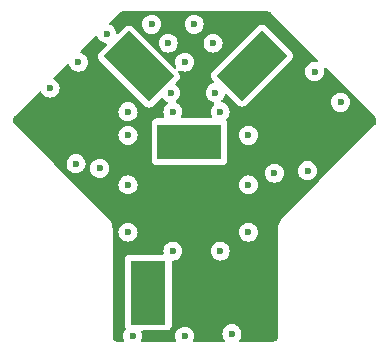
<source format=gbr>
%TF.GenerationSoftware,KiCad,Pcbnew,8.0.7*%
%TF.CreationDate,2025-04-20T00:49:32-04:00*%
%TF.ProjectId,1M_3F,314d5f33-462e-46b6-9963-61645f706362,rev?*%
%TF.SameCoordinates,Original*%
%TF.FileFunction,Copper,L4,Bot*%
%TF.FilePolarity,Positive*%
%FSLAX46Y46*%
G04 Gerber Fmt 4.6, Leading zero omitted, Abs format (unit mm)*
G04 Created by KiCad (PCBNEW 8.0.7) date 2025-04-20 00:49:32*
%MOMM*%
%LPD*%
G01*
G04 APERTURE LIST*
G04 Aperture macros list*
%AMRotRect*
0 Rectangle, with rotation*
0 The origin of the aperture is its center*
0 $1 length*
0 $2 width*
0 $3 Rotation angle, in degrees counterclockwise*
0 Add horizontal line*
21,1,$1,$2,0,0,$3*%
G04 Aperture macros list end*
%TA.AperFunction,ComponentPad*%
%ADD10RotRect,5.400000X3.000000X135.000000*%
%TD*%
%TA.AperFunction,ComponentPad*%
%ADD11RotRect,5.400000X3.000000X45.000000*%
%TD*%
%TA.AperFunction,ComponentPad*%
%ADD12RotRect,5.400000X3.000000X225.000000*%
%TD*%
%TA.AperFunction,ComponentPad*%
%ADD13R,3.000000X5.400000*%
%TD*%
%TA.AperFunction,ComponentPad*%
%ADD14R,5.400000X3.000000*%
%TD*%
%TA.AperFunction,ViaPad*%
%ADD15C,0.600000*%
%TD*%
G04 APERTURE END LIST*
D10*
%TO.P,J2,1,Pin_1*%
%TO.N,Net-(J1-Pin_1)*%
X95715927Y-38771573D03*
D11*
%TO.P,J2,2,Pin_2*%
%TO.N,GND*%
X90686630Y-42934664D03*
%TD*%
D12*
%TO.P,J4,1,Pin_1*%
%TO.N,Net-(J1-Pin_1)*%
X105297227Y-38697227D03*
D10*
%TO.P,J4,2,Pin_2*%
%TO.N,GND*%
X109460318Y-43726524D03*
%TD*%
D13*
%TO.P,J3,1,Pin_1*%
%TO.N,Net-(J1-Pin_1)*%
X96512500Y-57912500D03*
D14*
%TO.P,J3,2,Pin_2*%
%TO.N,GND*%
X103012500Y-58525000D03*
%TD*%
%TO.P,J1,1,Pin_1*%
%TO.N,Net-(J1-Pin_1)*%
X100000000Y-45137500D03*
D13*
%TO.P,J1,2,Pin_2*%
%TO.N,GND*%
X100612500Y-50637500D03*
%TD*%
D15*
%TO.N,GND*%
X111200000Y-41200000D03*
X100200000Y-41000000D03*
X92000000Y-37400000D03*
X100000000Y-36800000D03*
X88800000Y-46400000D03*
X107200000Y-49800000D03*
X94800000Y-46800000D03*
X97200000Y-61400000D03*
X98600000Y-35200000D03*
X87600000Y-42200000D03*
X105000000Y-42600000D03*
X109000000Y-38600000D03*
X107200000Y-35400000D03*
X100600000Y-42600000D03*
X101600000Y-61400000D03*
X105000000Y-50800000D03*
X105000000Y-55000000D03*
X100600000Y-54400000D03*
X101400000Y-38400000D03*
X90000000Y-40000000D03*
X96600000Y-54400000D03*
X102200000Y-35200000D03*
X92400000Y-45400000D03*
X109400000Y-49200000D03*
X105000000Y-46800000D03*
X96600000Y-42600000D03*
X107200000Y-45800000D03*
X92400000Y-49400000D03*
X94800000Y-50800000D03*
%TO.N,Net-(J1-Pin_1)*%
X98200000Y-36800000D03*
X110600000Y-39200000D03*
X102600000Y-54400000D03*
X90400000Y-47000000D03*
X94800000Y-44600000D03*
X90600000Y-38400000D03*
X95200000Y-61600000D03*
X94800000Y-42600000D03*
X92400000Y-47400000D03*
X105000000Y-52800000D03*
X103600000Y-61400000D03*
X94800000Y-48800000D03*
X98600000Y-54400000D03*
X96800000Y-35200000D03*
X98600000Y-42600000D03*
X110000000Y-47600000D03*
X99600000Y-61600000D03*
X105000000Y-44600000D03*
X100400000Y-35200000D03*
X94800000Y-52800000D03*
X102200000Y-41000000D03*
X99600000Y-38400000D03*
X102000000Y-36800000D03*
X102600000Y-42600000D03*
X105000000Y-48800000D03*
X93000000Y-36000000D03*
X107200000Y-47800000D03*
X98400000Y-41000000D03*
X88200000Y-40600000D03*
X112800000Y-41800000D03*
%TD*%
%TA.AperFunction,Conductor*%
%TO.N,GND*%
G36*
X106519901Y-34100501D02*
G01*
X106579701Y-34100500D01*
X106591854Y-34101097D01*
X106600358Y-34101934D01*
X106671080Y-34108899D01*
X106694909Y-34113639D01*
X106765241Y-34134975D01*
X106787692Y-34144276D01*
X106852496Y-34178917D01*
X106872707Y-34192423D01*
X106934394Y-34243052D01*
X106943407Y-34251221D01*
X106945613Y-34253427D01*
X106945617Y-34253436D01*
X106945620Y-34253434D01*
X106991371Y-34299192D01*
X106991426Y-34299240D01*
X110899344Y-38207158D01*
X110932829Y-38268481D01*
X110927845Y-38338173D01*
X110885973Y-38394106D01*
X110820509Y-38418523D01*
X110784078Y-38415732D01*
X110779253Y-38414631D01*
X110600004Y-38394435D01*
X110599996Y-38394435D01*
X110420750Y-38414630D01*
X110420745Y-38414631D01*
X110250476Y-38474211D01*
X110097737Y-38570184D01*
X109970184Y-38697737D01*
X109874211Y-38850476D01*
X109814631Y-39020745D01*
X109814630Y-39020750D01*
X109794435Y-39199996D01*
X109794435Y-39200003D01*
X109814630Y-39379249D01*
X109814631Y-39379254D01*
X109874211Y-39549523D01*
X109961356Y-39688212D01*
X109970184Y-39702262D01*
X110097738Y-39829816D01*
X110250478Y-39925789D01*
X110377352Y-39970184D01*
X110420745Y-39985368D01*
X110420750Y-39985369D01*
X110599996Y-40005565D01*
X110600000Y-40005565D01*
X110600004Y-40005565D01*
X110779249Y-39985369D01*
X110779252Y-39985368D01*
X110779255Y-39985368D01*
X110949522Y-39925789D01*
X111102262Y-39829816D01*
X111229816Y-39702262D01*
X111325789Y-39549522D01*
X111385368Y-39379255D01*
X111389033Y-39346728D01*
X111405565Y-39200003D01*
X111405565Y-39199996D01*
X111385369Y-39020748D01*
X111384269Y-39015929D01*
X111388542Y-38946190D01*
X111429841Y-38889832D01*
X111495053Y-38864749D01*
X111563474Y-38878903D01*
X111592841Y-38900655D01*
X115688083Y-42995897D01*
X115697318Y-43006226D01*
X115743837Y-43064511D01*
X115753831Y-43077032D01*
X115768569Y-43100445D01*
X115789323Y-43143409D01*
X115804937Y-43175730D01*
X115814117Y-43201830D01*
X115832886Y-43283302D01*
X115836051Y-43310788D01*
X115836288Y-43394398D01*
X115833279Y-43421901D01*
X115814972Y-43503478D01*
X115805940Y-43529629D01*
X115770002Y-43605114D01*
X115755397Y-43628611D01*
X115699243Y-43699793D01*
X115690067Y-43710175D01*
X115645700Y-43755049D01*
X115645693Y-43755056D01*
X111003329Y-48450476D01*
X107934381Y-51554498D01*
X107922206Y-51566812D01*
X107922164Y-51566854D01*
X107864305Y-51625317D01*
X107864299Y-51625324D01*
X107746166Y-51780793D01*
X107746164Y-51780797D01*
X107649164Y-51950281D01*
X107649164Y-51950282D01*
X107574949Y-52130897D01*
X107524762Y-52319611D01*
X107524759Y-52319627D01*
X107499455Y-52513240D01*
X107499453Y-52513256D01*
X107499500Y-52610882D01*
X107499500Y-52610943D01*
X107499499Y-52686763D01*
X107499500Y-52686776D01*
X107499500Y-61593036D01*
X107498720Y-61606921D01*
X107488540Y-61697264D01*
X107482362Y-61724333D01*
X107454648Y-61803537D01*
X107442600Y-61828555D01*
X107397957Y-61899604D01*
X107380644Y-61921313D01*
X107321313Y-61980644D01*
X107299604Y-61997957D01*
X107228555Y-62042600D01*
X107203537Y-62054648D01*
X107124333Y-62082362D01*
X107097264Y-62088540D01*
X107017075Y-62097576D01*
X107006921Y-62098720D01*
X106993038Y-62099500D01*
X104330012Y-62099500D01*
X104262973Y-62079815D01*
X104217218Y-62027011D01*
X104207274Y-61957853D01*
X104228194Y-61909467D01*
X104226111Y-61908158D01*
X104276129Y-61828555D01*
X104325789Y-61749522D01*
X104385368Y-61579255D01*
X104405565Y-61400000D01*
X104388718Y-61250478D01*
X104385369Y-61220750D01*
X104385368Y-61220745D01*
X104342326Y-61097738D01*
X104325789Y-61050478D01*
X104229816Y-60897738D01*
X104102262Y-60770184D01*
X104022368Y-60719983D01*
X103949523Y-60674211D01*
X103779254Y-60614631D01*
X103779249Y-60614630D01*
X103600004Y-60594435D01*
X103599996Y-60594435D01*
X103420750Y-60614630D01*
X103420745Y-60614631D01*
X103250476Y-60674211D01*
X103097737Y-60770184D01*
X102970184Y-60897737D01*
X102874211Y-61050476D01*
X102814631Y-61220745D01*
X102814630Y-61220750D01*
X102794435Y-61399996D01*
X102794435Y-61400003D01*
X102814630Y-61579249D01*
X102814631Y-61579254D01*
X102874211Y-61749523D01*
X102973889Y-61908158D01*
X102971590Y-61909602D01*
X102993341Y-61962849D01*
X102980599Y-62031547D01*
X102932739Y-62082450D01*
X102869988Y-62099500D01*
X100448072Y-62099500D01*
X100381033Y-62079815D01*
X100335278Y-62027011D01*
X100325334Y-61957853D01*
X100331030Y-61934546D01*
X100385367Y-61779257D01*
X100385368Y-61779255D01*
X100393042Y-61711149D01*
X100405565Y-61600003D01*
X100405565Y-61599996D01*
X100385369Y-61420750D01*
X100385368Y-61420745D01*
X100325788Y-61250476D01*
X100261114Y-61147548D01*
X100229816Y-61097738D01*
X100102262Y-60970184D01*
X100004214Y-60908576D01*
X99949523Y-60874211D01*
X99779254Y-60814631D01*
X99779249Y-60814630D01*
X99600004Y-60794435D01*
X99599996Y-60794435D01*
X99420750Y-60814630D01*
X99420745Y-60814631D01*
X99250476Y-60874211D01*
X99097737Y-60970184D01*
X98970184Y-61097737D01*
X98874211Y-61250476D01*
X98814631Y-61420745D01*
X98814630Y-61420750D01*
X98794435Y-61599996D01*
X98794435Y-61600003D01*
X98814630Y-61779249D01*
X98814632Y-61779257D01*
X98868970Y-61934546D01*
X98872531Y-62004324D01*
X98837802Y-62064952D01*
X98775809Y-62097179D01*
X98751928Y-62099500D01*
X96048072Y-62099500D01*
X95981033Y-62079815D01*
X95935278Y-62027011D01*
X95925334Y-61957853D01*
X95931030Y-61934546D01*
X95985367Y-61779257D01*
X95985368Y-61779255D01*
X95993042Y-61711149D01*
X96005565Y-61600003D01*
X96005565Y-61599996D01*
X95985369Y-61420750D01*
X95985366Y-61420737D01*
X95935404Y-61277954D01*
X95931842Y-61208175D01*
X95966570Y-61147548D01*
X96028564Y-61115320D01*
X96052445Y-61112999D01*
X98060371Y-61112999D01*
X98060372Y-61112999D01*
X98119983Y-61106591D01*
X98254831Y-61056296D01*
X98370046Y-60970046D01*
X98456296Y-60854831D01*
X98506591Y-60719983D01*
X98513000Y-60660373D01*
X98512999Y-55326179D01*
X98532684Y-55259141D01*
X98585488Y-55213386D01*
X98623113Y-55202960D01*
X98704594Y-55193780D01*
X98779250Y-55185369D01*
X98779253Y-55185368D01*
X98779255Y-55185368D01*
X98949522Y-55125789D01*
X99102262Y-55029816D01*
X99229816Y-54902262D01*
X99325789Y-54749522D01*
X99385368Y-54579255D01*
X99405565Y-54400000D01*
X99405565Y-54399996D01*
X101794435Y-54399996D01*
X101794435Y-54400003D01*
X101814630Y-54579249D01*
X101814631Y-54579254D01*
X101874211Y-54749523D01*
X101886265Y-54768706D01*
X101970184Y-54902262D01*
X102097738Y-55029816D01*
X102188080Y-55086582D01*
X102217419Y-55105017D01*
X102250478Y-55125789D01*
X102420745Y-55185368D01*
X102420750Y-55185369D01*
X102599996Y-55205565D01*
X102600000Y-55205565D01*
X102600004Y-55205565D01*
X102779249Y-55185369D01*
X102779252Y-55185368D01*
X102779255Y-55185368D01*
X102949522Y-55125789D01*
X103102262Y-55029816D01*
X103229816Y-54902262D01*
X103325789Y-54749522D01*
X103385368Y-54579255D01*
X103405565Y-54400000D01*
X103385368Y-54220745D01*
X103325789Y-54050478D01*
X103229816Y-53897738D01*
X103102262Y-53770184D01*
X102949523Y-53674211D01*
X102779254Y-53614631D01*
X102779249Y-53614630D01*
X102600004Y-53594435D01*
X102599996Y-53594435D01*
X102420750Y-53614630D01*
X102420745Y-53614631D01*
X102250476Y-53674211D01*
X102097737Y-53770184D01*
X101970184Y-53897737D01*
X101874211Y-54050476D01*
X101814631Y-54220745D01*
X101814630Y-54220750D01*
X101794435Y-54399996D01*
X99405565Y-54399996D01*
X99385368Y-54220745D01*
X99325789Y-54050478D01*
X99229816Y-53897738D01*
X99102262Y-53770184D01*
X98949523Y-53674211D01*
X98779254Y-53614631D01*
X98779249Y-53614630D01*
X98600004Y-53594435D01*
X98599996Y-53594435D01*
X98420750Y-53614630D01*
X98420745Y-53614631D01*
X98250476Y-53674211D01*
X98097737Y-53770184D01*
X97970184Y-53897737D01*
X97874211Y-54050476D01*
X97814631Y-54220745D01*
X97814630Y-54220750D01*
X97794435Y-54399996D01*
X97794435Y-54400003D01*
X97814052Y-54574117D01*
X97801997Y-54642939D01*
X97754648Y-54694318D01*
X97690832Y-54712000D01*
X94964629Y-54712000D01*
X94964623Y-54712001D01*
X94905016Y-54718408D01*
X94770171Y-54768702D01*
X94770164Y-54768706D01*
X94654955Y-54854952D01*
X94654952Y-54854955D01*
X94568706Y-54970164D01*
X94568702Y-54970171D01*
X94518408Y-55105017D01*
X94512001Y-55164616D01*
X94512000Y-55164635D01*
X94512000Y-60660370D01*
X94512001Y-60660376D01*
X94518408Y-60719983D01*
X94568702Y-60854828D01*
X94568706Y-60854835D01*
X94608937Y-60908576D01*
X94633355Y-60974040D01*
X94618504Y-61042313D01*
X94597354Y-61070567D01*
X94570184Y-61097736D01*
X94474211Y-61250476D01*
X94414631Y-61420745D01*
X94414630Y-61420750D01*
X94394435Y-61599996D01*
X94394435Y-61600003D01*
X94414630Y-61779249D01*
X94414632Y-61779257D01*
X94468970Y-61934546D01*
X94472531Y-62004324D01*
X94437802Y-62064952D01*
X94375809Y-62097179D01*
X94351928Y-62099500D01*
X94006962Y-62099500D01*
X93993078Y-62098720D01*
X93979401Y-62097179D01*
X93902735Y-62088540D01*
X93875666Y-62082362D01*
X93796462Y-62054648D01*
X93771444Y-62042600D01*
X93700395Y-61997957D01*
X93678686Y-61980644D01*
X93619355Y-61921313D01*
X93602042Y-61899604D01*
X93557399Y-61828555D01*
X93545351Y-61803537D01*
X93536855Y-61779257D01*
X93517636Y-61724331D01*
X93511459Y-61697262D01*
X93501280Y-61606919D01*
X93500500Y-61593036D01*
X93500500Y-52799996D01*
X93994435Y-52799996D01*
X93994435Y-52800003D01*
X94014630Y-52979249D01*
X94014631Y-52979254D01*
X94074211Y-53149523D01*
X94170184Y-53302262D01*
X94297738Y-53429816D01*
X94450478Y-53525789D01*
X94620745Y-53585368D01*
X94620750Y-53585369D01*
X94799996Y-53605565D01*
X94800000Y-53605565D01*
X94800004Y-53605565D01*
X94979249Y-53585369D01*
X94979252Y-53585368D01*
X94979255Y-53585368D01*
X95149522Y-53525789D01*
X95302262Y-53429816D01*
X95429816Y-53302262D01*
X95525789Y-53149522D01*
X95585368Y-52979255D01*
X95605565Y-52800000D01*
X95605565Y-52799996D01*
X104194435Y-52799996D01*
X104194435Y-52800003D01*
X104214630Y-52979249D01*
X104214631Y-52979254D01*
X104274211Y-53149523D01*
X104370184Y-53302262D01*
X104497738Y-53429816D01*
X104650478Y-53525789D01*
X104820745Y-53585368D01*
X104820750Y-53585369D01*
X104999996Y-53605565D01*
X105000000Y-53605565D01*
X105000004Y-53605565D01*
X105179249Y-53585369D01*
X105179252Y-53585368D01*
X105179255Y-53585368D01*
X105349522Y-53525789D01*
X105502262Y-53429816D01*
X105629816Y-53302262D01*
X105725789Y-53149522D01*
X105785368Y-52979255D01*
X105805565Y-52800000D01*
X105792806Y-52686763D01*
X105785369Y-52620750D01*
X105785368Y-52620745D01*
X105748230Y-52514610D01*
X105725789Y-52450478D01*
X105629816Y-52297738D01*
X105502262Y-52170184D01*
X105349523Y-52074211D01*
X105179254Y-52014631D01*
X105179249Y-52014630D01*
X105000004Y-51994435D01*
X104999996Y-51994435D01*
X104820750Y-52014630D01*
X104820745Y-52014631D01*
X104650476Y-52074211D01*
X104497737Y-52170184D01*
X104370184Y-52297737D01*
X104274211Y-52450476D01*
X104214631Y-52620745D01*
X104214630Y-52620750D01*
X104194435Y-52799996D01*
X95605565Y-52799996D01*
X95592806Y-52686763D01*
X95585369Y-52620750D01*
X95585368Y-52620745D01*
X95548230Y-52514610D01*
X95525789Y-52450478D01*
X95429816Y-52297738D01*
X95302262Y-52170184D01*
X95149523Y-52074211D01*
X94979254Y-52014631D01*
X94979249Y-52014630D01*
X94800004Y-51994435D01*
X94799996Y-51994435D01*
X94620750Y-52014630D01*
X94620745Y-52014631D01*
X94450476Y-52074211D01*
X94297737Y-52170184D01*
X94170184Y-52297737D01*
X94074211Y-52450476D01*
X94014631Y-52620745D01*
X94014630Y-52620750D01*
X93994435Y-52799996D01*
X93500500Y-52799996D01*
X93500500Y-52543391D01*
X93500509Y-52514603D01*
X93475027Y-52320266D01*
X93424483Y-52130895D01*
X93349735Y-51949707D01*
X93252055Y-51779782D01*
X93252054Y-51779781D01*
X93252052Y-51779777D01*
X93134101Y-51625317D01*
X93133100Y-51624006D01*
X93063982Y-51554532D01*
X93063985Y-51554528D01*
X93063952Y-51554502D01*
X93058724Y-51549244D01*
X93058713Y-51549232D01*
X90324878Y-48799996D01*
X93994435Y-48799996D01*
X93994435Y-48800003D01*
X94014630Y-48979249D01*
X94014631Y-48979254D01*
X94074211Y-49149523D01*
X94170184Y-49302262D01*
X94297738Y-49429816D01*
X94450478Y-49525789D01*
X94620745Y-49585368D01*
X94620750Y-49585369D01*
X94799996Y-49605565D01*
X94800000Y-49605565D01*
X94800004Y-49605565D01*
X94979249Y-49585369D01*
X94979252Y-49585368D01*
X94979255Y-49585368D01*
X95149522Y-49525789D01*
X95302262Y-49429816D01*
X95429816Y-49302262D01*
X95525789Y-49149522D01*
X95585368Y-48979255D01*
X95605565Y-48800000D01*
X95605565Y-48799996D01*
X104194435Y-48799996D01*
X104194435Y-48800003D01*
X104214630Y-48979249D01*
X104214631Y-48979254D01*
X104274211Y-49149523D01*
X104370184Y-49302262D01*
X104497738Y-49429816D01*
X104650478Y-49525789D01*
X104820745Y-49585368D01*
X104820750Y-49585369D01*
X104999996Y-49605565D01*
X105000000Y-49605565D01*
X105000004Y-49605565D01*
X105179249Y-49585369D01*
X105179252Y-49585368D01*
X105179255Y-49585368D01*
X105349522Y-49525789D01*
X105502262Y-49429816D01*
X105629816Y-49302262D01*
X105725789Y-49149522D01*
X105785368Y-48979255D01*
X105805565Y-48800000D01*
X105785368Y-48620745D01*
X105725789Y-48450478D01*
X105629816Y-48297738D01*
X105502262Y-48170184D01*
X105431608Y-48125789D01*
X105349523Y-48074211D01*
X105179254Y-48014631D01*
X105179249Y-48014630D01*
X105000004Y-47994435D01*
X104999996Y-47994435D01*
X104820750Y-48014630D01*
X104820745Y-48014631D01*
X104650476Y-48074211D01*
X104497737Y-48170184D01*
X104370184Y-48297737D01*
X104274211Y-48450476D01*
X104214631Y-48620745D01*
X104214630Y-48620750D01*
X104194435Y-48799996D01*
X95605565Y-48799996D01*
X95585368Y-48620745D01*
X95525789Y-48450478D01*
X95429816Y-48297738D01*
X95302262Y-48170184D01*
X95231608Y-48125789D01*
X95149523Y-48074211D01*
X94979254Y-48014631D01*
X94979249Y-48014630D01*
X94800004Y-47994435D01*
X94799996Y-47994435D01*
X94620750Y-48014630D01*
X94620745Y-48014631D01*
X94450476Y-48074211D01*
X94297737Y-48170184D01*
X94170184Y-48297737D01*
X94074211Y-48450476D01*
X94014631Y-48620745D01*
X94014630Y-48620750D01*
X93994435Y-48799996D01*
X90324878Y-48799996D01*
X88534962Y-46999996D01*
X89594435Y-46999996D01*
X89594435Y-47000003D01*
X89614630Y-47179249D01*
X89614631Y-47179254D01*
X89674211Y-47349523D01*
X89737646Y-47450478D01*
X89770184Y-47502262D01*
X89897738Y-47629816D01*
X90050478Y-47725789D01*
X90118306Y-47749523D01*
X90220745Y-47785368D01*
X90220750Y-47785369D01*
X90399996Y-47805565D01*
X90400000Y-47805565D01*
X90400004Y-47805565D01*
X90579249Y-47785369D01*
X90579252Y-47785368D01*
X90579255Y-47785368D01*
X90749522Y-47725789D01*
X90902262Y-47629816D01*
X91029816Y-47502262D01*
X91094074Y-47399996D01*
X91594435Y-47399996D01*
X91594435Y-47400003D01*
X91614630Y-47579249D01*
X91614631Y-47579254D01*
X91674211Y-47749523D01*
X91696735Y-47785369D01*
X91770184Y-47902262D01*
X91897738Y-48029816D01*
X92050478Y-48125789D01*
X92118306Y-48149523D01*
X92220745Y-48185368D01*
X92220750Y-48185369D01*
X92399996Y-48205565D01*
X92400000Y-48205565D01*
X92400004Y-48205565D01*
X92579249Y-48185369D01*
X92579252Y-48185368D01*
X92579255Y-48185368D01*
X92749522Y-48125789D01*
X92902262Y-48029816D01*
X93029816Y-47902262D01*
X93094074Y-47799996D01*
X106394435Y-47799996D01*
X106394435Y-47800003D01*
X106414630Y-47979249D01*
X106414631Y-47979254D01*
X106474211Y-48149523D01*
X106496735Y-48185369D01*
X106570184Y-48302262D01*
X106697738Y-48429816D01*
X106850478Y-48525789D01*
X107020745Y-48585368D01*
X107020750Y-48585369D01*
X107199996Y-48605565D01*
X107200000Y-48605565D01*
X107200004Y-48605565D01*
X107379249Y-48585369D01*
X107379252Y-48585368D01*
X107379255Y-48585368D01*
X107549522Y-48525789D01*
X107702262Y-48429816D01*
X107829816Y-48302262D01*
X107925789Y-48149522D01*
X107985368Y-47979255D01*
X108005565Y-47800000D01*
X108003916Y-47785369D01*
X107985369Y-47620750D01*
X107985368Y-47620745D01*
X107978108Y-47599996D01*
X109194435Y-47599996D01*
X109194435Y-47600003D01*
X109214630Y-47779249D01*
X109214631Y-47779254D01*
X109274211Y-47949523D01*
X109315122Y-48014632D01*
X109370184Y-48102262D01*
X109497738Y-48229816D01*
X109588080Y-48286582D01*
X109605833Y-48297737D01*
X109650478Y-48325789D01*
X109820745Y-48385368D01*
X109820750Y-48385369D01*
X109999996Y-48405565D01*
X110000000Y-48405565D01*
X110000004Y-48405565D01*
X110179249Y-48385369D01*
X110179252Y-48385368D01*
X110179255Y-48385368D01*
X110349522Y-48325789D01*
X110502262Y-48229816D01*
X110629816Y-48102262D01*
X110725789Y-47949522D01*
X110785368Y-47779255D01*
X110791392Y-47725789D01*
X110805565Y-47600003D01*
X110805565Y-47599996D01*
X110785369Y-47420750D01*
X110785368Y-47420745D01*
X110742326Y-47297738D01*
X110725789Y-47250478D01*
X110707106Y-47220745D01*
X110655114Y-47138000D01*
X110629816Y-47097738D01*
X110502262Y-46970184D01*
X110349523Y-46874211D01*
X110179254Y-46814631D01*
X110179249Y-46814630D01*
X110000004Y-46794435D01*
X109999996Y-46794435D01*
X109820750Y-46814630D01*
X109820745Y-46814631D01*
X109650476Y-46874211D01*
X109497737Y-46970184D01*
X109370184Y-47097737D01*
X109274211Y-47250476D01*
X109214631Y-47420745D01*
X109214630Y-47420750D01*
X109194435Y-47599996D01*
X107978108Y-47599996D01*
X107925788Y-47450476D01*
X107829815Y-47297737D01*
X107702262Y-47170184D01*
X107549523Y-47074211D01*
X107379254Y-47014631D01*
X107379249Y-47014630D01*
X107200004Y-46994435D01*
X107199996Y-46994435D01*
X107020750Y-47014630D01*
X107020745Y-47014631D01*
X106850476Y-47074211D01*
X106697737Y-47170184D01*
X106570184Y-47297737D01*
X106474211Y-47450476D01*
X106414631Y-47620745D01*
X106414630Y-47620750D01*
X106394435Y-47799996D01*
X93094074Y-47799996D01*
X93125789Y-47749522D01*
X93185368Y-47579255D01*
X93205565Y-47400000D01*
X93188718Y-47250478D01*
X93185369Y-47220750D01*
X93185368Y-47220745D01*
X93156414Y-47137999D01*
X93125789Y-47050478D01*
X93103265Y-47014632D01*
X93029815Y-46897737D01*
X92902262Y-46770184D01*
X92749523Y-46674211D01*
X92579254Y-46614631D01*
X92579249Y-46614630D01*
X92400004Y-46594435D01*
X92399996Y-46594435D01*
X92220750Y-46614630D01*
X92220745Y-46614631D01*
X92050476Y-46674211D01*
X91897737Y-46770184D01*
X91770184Y-46897737D01*
X91674211Y-47050476D01*
X91614631Y-47220745D01*
X91614630Y-47220750D01*
X91594435Y-47399996D01*
X91094074Y-47399996D01*
X91125789Y-47349522D01*
X91185368Y-47179255D01*
X91186390Y-47170184D01*
X91205565Y-47000003D01*
X91205565Y-46999996D01*
X91185369Y-46820750D01*
X91185368Y-46820745D01*
X91137996Y-46685364D01*
X91125789Y-46650478D01*
X91103265Y-46614632D01*
X91029815Y-46497737D01*
X90902262Y-46370184D01*
X90749523Y-46274211D01*
X90579254Y-46214631D01*
X90579249Y-46214630D01*
X90400004Y-46194435D01*
X90399996Y-46194435D01*
X90220750Y-46214630D01*
X90220745Y-46214631D01*
X90050476Y-46274211D01*
X89897737Y-46370184D01*
X89770184Y-46497737D01*
X89674211Y-46650476D01*
X89614631Y-46820745D01*
X89614630Y-46820750D01*
X89594435Y-46999996D01*
X88534962Y-46999996D01*
X86148407Y-44599996D01*
X93994435Y-44599996D01*
X93994435Y-44600003D01*
X94014630Y-44779249D01*
X94014631Y-44779254D01*
X94074211Y-44949523D01*
X94170184Y-45102262D01*
X94297738Y-45229816D01*
X94450478Y-45325789D01*
X94620745Y-45385368D01*
X94620750Y-45385369D01*
X94799996Y-45405565D01*
X94800000Y-45405565D01*
X94800004Y-45405565D01*
X94979249Y-45385369D01*
X94979252Y-45385368D01*
X94979255Y-45385368D01*
X95149522Y-45325789D01*
X95302262Y-45229816D01*
X95429816Y-45102262D01*
X95525789Y-44949522D01*
X95585368Y-44779255D01*
X95605565Y-44600000D01*
X95585918Y-44425627D01*
X95585369Y-44420750D01*
X95585368Y-44420745D01*
X95574248Y-44388967D01*
X95525789Y-44250478D01*
X95429816Y-44097738D01*
X95302262Y-43970184D01*
X95149523Y-43874211D01*
X94979254Y-43814631D01*
X94979249Y-43814630D01*
X94800004Y-43794435D01*
X94799996Y-43794435D01*
X94620750Y-43814630D01*
X94620745Y-43814631D01*
X94450476Y-43874211D01*
X94297737Y-43970184D01*
X94170184Y-44097737D01*
X94074211Y-44250476D01*
X94014631Y-44420745D01*
X94014630Y-44420750D01*
X93994435Y-44599996D01*
X86148407Y-44599996D01*
X85970165Y-44420750D01*
X85195253Y-43641472D01*
X85185968Y-43631015D01*
X85129265Y-43559404D01*
X85114519Y-43535729D01*
X85111800Y-43530017D01*
X85078279Y-43459604D01*
X85069201Y-43433239D01*
X85050892Y-43350927D01*
X85047938Y-43323205D01*
X85048491Y-43238894D01*
X85051810Y-43211200D01*
X85060189Y-43175730D01*
X85071192Y-43129151D01*
X85080615Y-43102904D01*
X85117855Y-43027248D01*
X85132903Y-43003778D01*
X85190911Y-42932460D01*
X85200315Y-42922145D01*
X85529123Y-42599996D01*
X93994435Y-42599996D01*
X93994435Y-42600003D01*
X94014630Y-42779249D01*
X94014631Y-42779254D01*
X94074211Y-42949523D01*
X94115142Y-43014664D01*
X94170184Y-43102262D01*
X94297738Y-43229816D01*
X94358460Y-43267970D01*
X94446352Y-43323197D01*
X94450478Y-43325789D01*
X94556447Y-43362869D01*
X94620745Y-43385368D01*
X94620750Y-43385369D01*
X94799996Y-43405565D01*
X94800000Y-43405565D01*
X94800004Y-43405565D01*
X94979249Y-43385369D01*
X94979252Y-43385368D01*
X94979255Y-43385368D01*
X95149522Y-43325789D01*
X95302262Y-43229816D01*
X95429816Y-43102262D01*
X95525789Y-42949522D01*
X95585368Y-42779255D01*
X95605565Y-42600000D01*
X95603916Y-42585369D01*
X95585369Y-42420750D01*
X95585368Y-42420745D01*
X95543909Y-42302262D01*
X95525789Y-42250478D01*
X95523646Y-42247068D01*
X95476931Y-42172721D01*
X95429816Y-42097738D01*
X95302262Y-41970184D01*
X95287358Y-41960819D01*
X95149523Y-41874211D01*
X94979254Y-41814631D01*
X94979249Y-41814630D01*
X94800004Y-41794435D01*
X94799996Y-41794435D01*
X94620750Y-41814630D01*
X94620745Y-41814631D01*
X94450476Y-41874211D01*
X94297737Y-41970184D01*
X94170184Y-42097737D01*
X94074211Y-42250476D01*
X94014631Y-42420745D01*
X94014630Y-42420750D01*
X93994435Y-42599996D01*
X85529123Y-42599996D01*
X87268331Y-40896013D01*
X87329991Y-40863159D01*
X87399628Y-40868857D01*
X87455130Y-40911298D01*
X87472147Y-40943628D01*
X87474208Y-40949518D01*
X87515122Y-41014632D01*
X87570184Y-41102262D01*
X87697738Y-41229816D01*
X87788080Y-41286582D01*
X87805833Y-41297737D01*
X87850478Y-41325789D01*
X87918306Y-41349523D01*
X88020745Y-41385368D01*
X88020750Y-41385369D01*
X88199996Y-41405565D01*
X88200000Y-41405565D01*
X88200004Y-41405565D01*
X88379249Y-41385369D01*
X88379252Y-41385368D01*
X88379255Y-41385368D01*
X88549522Y-41325789D01*
X88702262Y-41229816D01*
X88829816Y-41102262D01*
X88925789Y-40949522D01*
X88985368Y-40779255D01*
X89005565Y-40600000D01*
X88985368Y-40420745D01*
X88925789Y-40250478D01*
X88913972Y-40231672D01*
X88829815Y-40097737D01*
X88702262Y-39970184D01*
X88549516Y-39874206D01*
X88548941Y-39873930D01*
X88548633Y-39873652D01*
X88543626Y-39870506D01*
X88544177Y-39869628D01*
X88497085Y-39827103D01*
X88478777Y-39759675D01*
X88499830Y-39693053D01*
X88515963Y-39673648D01*
X89628882Y-38583271D01*
X89690542Y-38550417D01*
X89760179Y-38556115D01*
X89815681Y-38598556D01*
X89832701Y-38630893D01*
X89874210Y-38749521D01*
X89962374Y-38889832D01*
X89970184Y-38902262D01*
X90097738Y-39029816D01*
X90188080Y-39086582D01*
X90250474Y-39125787D01*
X90250478Y-39125789D01*
X90364500Y-39165687D01*
X90420745Y-39185368D01*
X90420750Y-39185369D01*
X90599996Y-39205565D01*
X90600000Y-39205565D01*
X90600004Y-39205565D01*
X90779249Y-39185369D01*
X90779252Y-39185368D01*
X90779255Y-39185368D01*
X90949522Y-39125789D01*
X91102262Y-39029816D01*
X91229816Y-38902262D01*
X91325789Y-38749522D01*
X91385368Y-38579255D01*
X91386390Y-38570184D01*
X91405565Y-38400003D01*
X91405565Y-38399996D01*
X91385369Y-38220750D01*
X91385368Y-38220745D01*
X91367179Y-38168763D01*
X91325789Y-38050478D01*
X91229816Y-37897738D01*
X91102262Y-37770184D01*
X91000501Y-37706243D01*
X90949523Y-37674211D01*
X90848503Y-37638863D01*
X90791727Y-37598141D01*
X90765980Y-37533188D01*
X90779436Y-37464627D01*
X90802673Y-37433253D01*
X92041548Y-36219469D01*
X92103208Y-36186615D01*
X92172845Y-36192313D01*
X92228347Y-36234754D01*
X92245367Y-36267091D01*
X92274210Y-36349521D01*
X92274211Y-36349522D01*
X92370184Y-36502262D01*
X92497738Y-36629816D01*
X92650478Y-36725789D01*
X92820745Y-36785368D01*
X92820750Y-36785369D01*
X92884103Y-36792507D01*
X92948517Y-36819573D01*
X92988072Y-36877168D01*
X92990210Y-36947005D01*
X92957901Y-37003408D01*
X92358325Y-37602985D01*
X92358316Y-37602995D01*
X92320700Y-37649671D01*
X92260913Y-37780585D01*
X92260912Y-37780589D01*
X92240432Y-37923045D01*
X92260912Y-38065500D01*
X92260913Y-38065504D01*
X92320699Y-38196415D01*
X92320702Y-38196420D01*
X92358316Y-38243095D01*
X92358322Y-38243102D01*
X96244390Y-42129169D01*
X96244402Y-42129180D01*
X96291080Y-42166798D01*
X96291081Y-42166798D01*
X96291082Y-42166799D01*
X96315910Y-42178138D01*
X96421995Y-42226586D01*
X96421996Y-42226586D01*
X96421998Y-42226587D01*
X96564455Y-42247068D01*
X96706912Y-42226587D01*
X96837828Y-42166799D01*
X96884511Y-42129180D01*
X97560388Y-41453300D01*
X97621709Y-41419817D01*
X97691400Y-41424801D01*
X97747334Y-41466672D01*
X97753060Y-41475010D01*
X97770182Y-41502260D01*
X97770184Y-41502262D01*
X97897738Y-41629816D01*
X98050478Y-41725789D01*
X98050480Y-41725790D01*
X98087618Y-41738785D01*
X98144395Y-41779505D01*
X98170144Y-41844458D01*
X98156689Y-41913019D01*
X98112642Y-41960819D01*
X98097736Y-41970185D01*
X97970184Y-42097737D01*
X97874211Y-42250476D01*
X97814631Y-42420745D01*
X97814630Y-42420750D01*
X97794435Y-42599996D01*
X97794435Y-42600003D01*
X97814630Y-42779249D01*
X97814631Y-42779254D01*
X97874213Y-42949529D01*
X97877231Y-42955795D01*
X97875375Y-42956688D01*
X97891642Y-43014281D01*
X97871266Y-43081113D01*
X97817993Y-43126320D01*
X97767649Y-43137000D01*
X97252129Y-43137000D01*
X97252123Y-43137001D01*
X97192516Y-43143408D01*
X97057671Y-43193702D01*
X97057664Y-43193706D01*
X96942455Y-43279952D01*
X96942452Y-43279955D01*
X96856206Y-43395164D01*
X96856202Y-43395171D01*
X96805908Y-43530017D01*
X96799501Y-43589616D01*
X96799501Y-43589623D01*
X96799500Y-43589635D01*
X96799500Y-46685370D01*
X96799501Y-46685376D01*
X96805908Y-46744983D01*
X96856202Y-46879828D01*
X96856206Y-46879835D01*
X96942452Y-46995044D01*
X96942455Y-46995047D01*
X97057664Y-47081293D01*
X97057671Y-47081297D01*
X97192517Y-47131591D01*
X97192516Y-47131591D01*
X97199444Y-47132335D01*
X97252127Y-47138000D01*
X102747872Y-47137999D01*
X102807483Y-47131591D01*
X102942331Y-47081296D01*
X103057546Y-46995046D01*
X103143796Y-46879831D01*
X103194091Y-46744983D01*
X103200500Y-46685373D01*
X103200499Y-44599996D01*
X104194435Y-44599996D01*
X104194435Y-44600003D01*
X104214630Y-44779249D01*
X104214631Y-44779254D01*
X104274211Y-44949523D01*
X104370184Y-45102262D01*
X104497738Y-45229816D01*
X104650478Y-45325789D01*
X104820745Y-45385368D01*
X104820750Y-45385369D01*
X104999996Y-45405565D01*
X105000000Y-45405565D01*
X105000004Y-45405565D01*
X105179249Y-45385369D01*
X105179252Y-45385368D01*
X105179255Y-45385368D01*
X105349522Y-45325789D01*
X105502262Y-45229816D01*
X105629816Y-45102262D01*
X105725789Y-44949522D01*
X105785368Y-44779255D01*
X105805565Y-44600000D01*
X105785918Y-44425627D01*
X105785369Y-44420750D01*
X105785368Y-44420745D01*
X105774248Y-44388967D01*
X105725789Y-44250478D01*
X105629816Y-44097738D01*
X105502262Y-43970184D01*
X105349523Y-43874211D01*
X105179254Y-43814631D01*
X105179249Y-43814630D01*
X105000004Y-43794435D01*
X104999996Y-43794435D01*
X104820750Y-43814630D01*
X104820745Y-43814631D01*
X104650476Y-43874211D01*
X104497737Y-43970184D01*
X104370184Y-44097737D01*
X104274211Y-44250476D01*
X104214631Y-44420745D01*
X104214630Y-44420750D01*
X104194435Y-44599996D01*
X103200499Y-44599996D01*
X103200499Y-43589628D01*
X103194091Y-43530017D01*
X103193946Y-43529629D01*
X103143797Y-43395171D01*
X103143795Y-43395168D01*
X103136459Y-43385369D01*
X103119615Y-43362868D01*
X103095198Y-43297405D01*
X103110049Y-43229132D01*
X103131195Y-43200882D01*
X103229816Y-43102262D01*
X103325789Y-42949522D01*
X103385368Y-42779255D01*
X103405565Y-42600000D01*
X103403916Y-42585369D01*
X103385369Y-42420750D01*
X103385368Y-42420745D01*
X103343909Y-42302262D01*
X103325789Y-42250478D01*
X103323646Y-42247068D01*
X103276931Y-42172721D01*
X103229816Y-42097738D01*
X103102262Y-41970184D01*
X103087358Y-41960819D01*
X102949523Y-41874211D01*
X102772682Y-41812332D01*
X102773622Y-41809644D01*
X102723814Y-41781754D01*
X102690985Y-41720077D01*
X102696713Y-41650442D01*
X102724741Y-41607336D01*
X102829816Y-41502262D01*
X102925789Y-41349522D01*
X102985368Y-41179255D01*
X102985368Y-41179254D01*
X102987668Y-41172682D01*
X102989038Y-41173161D01*
X103019289Y-41119069D01*
X103080948Y-41086206D01*
X103150585Y-41091894D01*
X103193761Y-41119951D01*
X103681142Y-41607331D01*
X104128643Y-42054832D01*
X104128647Y-42054835D01*
X104128649Y-42054837D01*
X104175325Y-42092453D01*
X104306239Y-42152240D01*
X104306240Y-42152240D01*
X104306242Y-42152241D01*
X104448699Y-42172722D01*
X104591156Y-42152241D01*
X104722072Y-42092453D01*
X104768754Y-42054834D01*
X105023592Y-41799996D01*
X111994435Y-41799996D01*
X111994435Y-41800003D01*
X112014630Y-41979249D01*
X112014631Y-41979254D01*
X112074211Y-42149523D01*
X112142910Y-42258856D01*
X112170184Y-42302262D01*
X112297738Y-42429816D01*
X112450478Y-42525789D01*
X112620745Y-42585368D01*
X112620750Y-42585369D01*
X112799996Y-42605565D01*
X112800000Y-42605565D01*
X112800004Y-42605565D01*
X112979249Y-42585369D01*
X112979252Y-42585368D01*
X112979255Y-42585368D01*
X113149522Y-42525789D01*
X113302262Y-42429816D01*
X113429816Y-42302262D01*
X113525789Y-42149522D01*
X113585368Y-41979255D01*
X113586390Y-41970184D01*
X113605565Y-41800003D01*
X113605565Y-41799996D01*
X113585369Y-41620750D01*
X113585368Y-41620745D01*
X113534373Y-41475010D01*
X113525789Y-41450478D01*
X113506523Y-41419817D01*
X113457679Y-41342082D01*
X113429816Y-41297738D01*
X113302262Y-41170184D01*
X113222317Y-41119951D01*
X113149523Y-41074211D01*
X112979254Y-41014631D01*
X112979249Y-41014630D01*
X112800004Y-40994435D01*
X112799996Y-40994435D01*
X112620750Y-41014630D01*
X112620745Y-41014631D01*
X112450476Y-41074211D01*
X112297737Y-41170184D01*
X112170184Y-41297737D01*
X112074211Y-41450476D01*
X112014631Y-41620745D01*
X112014630Y-41620750D01*
X111994435Y-41799996D01*
X105023592Y-41799996D01*
X108654832Y-38168754D01*
X108692453Y-38122072D01*
X108752241Y-37991156D01*
X108772722Y-37848699D01*
X108752241Y-37706242D01*
X108705086Y-37602989D01*
X108692454Y-37575328D01*
X108692453Y-37575327D01*
X108692453Y-37575326D01*
X108654834Y-37528643D01*
X108654829Y-37528638D01*
X108654825Y-37528633D01*
X106465814Y-35339625D01*
X106465808Y-35339620D01*
X106465804Y-35339616D01*
X106419128Y-35302000D01*
X106288214Y-35242213D01*
X106288210Y-35242212D01*
X106145755Y-35221732D01*
X106003299Y-35242212D01*
X106003295Y-35242213D01*
X105872384Y-35301999D01*
X105872379Y-35302002D01*
X105825704Y-35339616D01*
X105825697Y-35339622D01*
X101939630Y-39225690D01*
X101939619Y-39225702D01*
X101902001Y-39272380D01*
X101842213Y-39403295D01*
X101842212Y-39403299D01*
X101821732Y-39545755D01*
X101842212Y-39688210D01*
X101842213Y-39688214D01*
X101901999Y-39819125D01*
X101902000Y-39819126D01*
X101902001Y-39819128D01*
X101939620Y-39865811D01*
X102080048Y-40006239D01*
X102113532Y-40067560D01*
X102108548Y-40137252D01*
X102066677Y-40193186D01*
X102027039Y-40211535D01*
X102027318Y-40212332D01*
X101850476Y-40274211D01*
X101697737Y-40370184D01*
X101570184Y-40497737D01*
X101474211Y-40650476D01*
X101414631Y-40820745D01*
X101414630Y-40820750D01*
X101394435Y-40999996D01*
X101394435Y-41000003D01*
X101414630Y-41179249D01*
X101414631Y-41179254D01*
X101474211Y-41349523D01*
X101537646Y-41450478D01*
X101570184Y-41502262D01*
X101697738Y-41629816D01*
X101850478Y-41725789D01*
X102003990Y-41779505D01*
X102027318Y-41787668D01*
X102026373Y-41790367D01*
X102076132Y-41818192D01*
X102108998Y-41879848D01*
X102103313Y-41949486D01*
X102075255Y-41992667D01*
X101970183Y-42097739D01*
X101874211Y-42250476D01*
X101814631Y-42420745D01*
X101814630Y-42420750D01*
X101794435Y-42599996D01*
X101794435Y-42600003D01*
X101814630Y-42779249D01*
X101814631Y-42779254D01*
X101874213Y-42949529D01*
X101877231Y-42955795D01*
X101875371Y-42956690D01*
X101891644Y-43014255D01*
X101871282Y-43081092D01*
X101818017Y-43126310D01*
X101767650Y-43137000D01*
X99432350Y-43137000D01*
X99365311Y-43117315D01*
X99319556Y-43064511D01*
X99309612Y-42995353D01*
X99323933Y-42956355D01*
X99322769Y-42955795D01*
X99325786Y-42949529D01*
X99325787Y-42949523D01*
X99325789Y-42949522D01*
X99385368Y-42779255D01*
X99405565Y-42600000D01*
X99403916Y-42585369D01*
X99385369Y-42420750D01*
X99385368Y-42420745D01*
X99343909Y-42302262D01*
X99325789Y-42250478D01*
X99323646Y-42247068D01*
X99276931Y-42172721D01*
X99229816Y-42097738D01*
X99102262Y-41970184D01*
X99011285Y-41913019D01*
X98949521Y-41874210D01*
X98912379Y-41861214D01*
X98855603Y-41820492D01*
X98829855Y-41755540D01*
X98843311Y-41686978D01*
X98887361Y-41639178D01*
X98902262Y-41629816D01*
X99029816Y-41502262D01*
X99125789Y-41349522D01*
X99185368Y-41179255D01*
X99192050Y-41119951D01*
X99205565Y-41000003D01*
X99205565Y-40999996D01*
X99185369Y-40820750D01*
X99185368Y-40820745D01*
X99125788Y-40650476D01*
X99029815Y-40497737D01*
X98902260Y-40370182D01*
X98875010Y-40353060D01*
X98828719Y-40300725D01*
X98818072Y-40231672D01*
X98846447Y-40167824D01*
X98853286Y-40160402D01*
X99073532Y-39940157D01*
X99111153Y-39893474D01*
X99170941Y-39762558D01*
X99191422Y-39620101D01*
X99170941Y-39477644D01*
X99136988Y-39403299D01*
X99111154Y-39346730D01*
X99111151Y-39346724D01*
X99072690Y-39298998D01*
X99045952Y-39234447D01*
X99058357Y-39165687D01*
X99105967Y-39114550D01*
X99173666Y-39097270D01*
X99235215Y-39116199D01*
X99250474Y-39125787D01*
X99250475Y-39125787D01*
X99250478Y-39125789D01*
X99420745Y-39185368D01*
X99420750Y-39185369D01*
X99599996Y-39205565D01*
X99600000Y-39205565D01*
X99600004Y-39205565D01*
X99779249Y-39185369D01*
X99779252Y-39185368D01*
X99779255Y-39185368D01*
X99949522Y-39125789D01*
X100102262Y-39029816D01*
X100229816Y-38902262D01*
X100325789Y-38749522D01*
X100385368Y-38579255D01*
X100386390Y-38570184D01*
X100405565Y-38400003D01*
X100405565Y-38399996D01*
X100385369Y-38220750D01*
X100385368Y-38220745D01*
X100367179Y-38168763D01*
X100325789Y-38050478D01*
X100229816Y-37897738D01*
X100102262Y-37770184D01*
X100000501Y-37706243D01*
X99949523Y-37674211D01*
X99779254Y-37614631D01*
X99779249Y-37614630D01*
X99600004Y-37594435D01*
X99599996Y-37594435D01*
X99420750Y-37614630D01*
X99420745Y-37614631D01*
X99250476Y-37674211D01*
X99097737Y-37770184D01*
X98970184Y-37897737D01*
X98874211Y-38050476D01*
X98814631Y-38220745D01*
X98814630Y-38220750D01*
X98794435Y-38399996D01*
X98794435Y-38400003D01*
X98814630Y-38579249D01*
X98814631Y-38579254D01*
X98874211Y-38749522D01*
X98882449Y-38762633D01*
X98901449Y-38829869D01*
X98881082Y-38896705D01*
X98827814Y-38941919D01*
X98758557Y-38951157D01*
X98695301Y-38921485D01*
X98689774Y-38916286D01*
X96573483Y-36799996D01*
X97394435Y-36799996D01*
X97394435Y-36800003D01*
X97414630Y-36979249D01*
X97414631Y-36979254D01*
X97474211Y-37149523D01*
X97570184Y-37302262D01*
X97697738Y-37429816D01*
X97850478Y-37525789D01*
X97992047Y-37575326D01*
X98020745Y-37585368D01*
X98020750Y-37585369D01*
X98199996Y-37605565D01*
X98200000Y-37605565D01*
X98200004Y-37605565D01*
X98379249Y-37585369D01*
X98379252Y-37585368D01*
X98379255Y-37585368D01*
X98549522Y-37525789D01*
X98702262Y-37429816D01*
X98829816Y-37302262D01*
X98925789Y-37149522D01*
X98985368Y-36979255D01*
X98989002Y-36947005D01*
X99005565Y-36800003D01*
X99005565Y-36799996D01*
X101194435Y-36799996D01*
X101194435Y-36800003D01*
X101214630Y-36979249D01*
X101214631Y-36979254D01*
X101274211Y-37149523D01*
X101370184Y-37302262D01*
X101497738Y-37429816D01*
X101650478Y-37525789D01*
X101792047Y-37575326D01*
X101820745Y-37585368D01*
X101820750Y-37585369D01*
X101999996Y-37605565D01*
X102000000Y-37605565D01*
X102000004Y-37605565D01*
X102179249Y-37585369D01*
X102179252Y-37585368D01*
X102179255Y-37585368D01*
X102349522Y-37525789D01*
X102502262Y-37429816D01*
X102629816Y-37302262D01*
X102725789Y-37149522D01*
X102785368Y-36979255D01*
X102789002Y-36947005D01*
X102805565Y-36800003D01*
X102805565Y-36799996D01*
X102785369Y-36620750D01*
X102785368Y-36620745D01*
X102725788Y-36450476D01*
X102629815Y-36297737D01*
X102502262Y-36170184D01*
X102349523Y-36074211D01*
X102179254Y-36014631D01*
X102179249Y-36014630D01*
X102000004Y-35994435D01*
X101999996Y-35994435D01*
X101820750Y-36014630D01*
X101820745Y-36014631D01*
X101650476Y-36074211D01*
X101497737Y-36170184D01*
X101370184Y-36297737D01*
X101274211Y-36450476D01*
X101214631Y-36620745D01*
X101214630Y-36620750D01*
X101194435Y-36799996D01*
X99005565Y-36799996D01*
X98985369Y-36620750D01*
X98985368Y-36620745D01*
X98925788Y-36450476D01*
X98829815Y-36297737D01*
X98702262Y-36170184D01*
X98549523Y-36074211D01*
X98379254Y-36014631D01*
X98379249Y-36014630D01*
X98200004Y-35994435D01*
X98199996Y-35994435D01*
X98020750Y-36014630D01*
X98020745Y-36014631D01*
X97850476Y-36074211D01*
X97697737Y-36170184D01*
X97570184Y-36297737D01*
X97474211Y-36450476D01*
X97414631Y-36620745D01*
X97414630Y-36620750D01*
X97394435Y-36799996D01*
X96573483Y-36799996D01*
X95187463Y-35413976D01*
X95187451Y-35413965D01*
X95140773Y-35376347D01*
X95009858Y-35316559D01*
X95009854Y-35316558D01*
X94867399Y-35296078D01*
X94724943Y-35316558D01*
X94724939Y-35316559D01*
X94594028Y-35376345D01*
X94547333Y-35413974D01*
X94003408Y-35957899D01*
X93942085Y-35991384D01*
X93872393Y-35986400D01*
X93816460Y-35944528D01*
X93792507Y-35884101D01*
X93785369Y-35820750D01*
X93785368Y-35820745D01*
X93725788Y-35650476D01*
X93629815Y-35497737D01*
X93502262Y-35370184D01*
X93349521Y-35274210D01*
X93285061Y-35251655D01*
X93228285Y-35210933D01*
X93223949Y-35199996D01*
X95994435Y-35199996D01*
X95994435Y-35200003D01*
X96014630Y-35379249D01*
X96014631Y-35379254D01*
X96074211Y-35549523D01*
X96137646Y-35650478D01*
X96170184Y-35702262D01*
X96297738Y-35829816D01*
X96450478Y-35925789D01*
X96620745Y-35985368D01*
X96620750Y-35985369D01*
X96799996Y-36005565D01*
X96800000Y-36005565D01*
X96800004Y-36005565D01*
X96979249Y-35985369D01*
X96979252Y-35985368D01*
X96979255Y-35985368D01*
X97149522Y-35925789D01*
X97302262Y-35829816D01*
X97429816Y-35702262D01*
X97525789Y-35549522D01*
X97585368Y-35379255D01*
X97586390Y-35370184D01*
X97605565Y-35200003D01*
X97605565Y-35199996D01*
X99594435Y-35199996D01*
X99594435Y-35200003D01*
X99614630Y-35379249D01*
X99614631Y-35379254D01*
X99674211Y-35549523D01*
X99737646Y-35650478D01*
X99770184Y-35702262D01*
X99897738Y-35829816D01*
X100050478Y-35925789D01*
X100220745Y-35985368D01*
X100220750Y-35985369D01*
X100399996Y-36005565D01*
X100400000Y-36005565D01*
X100400004Y-36005565D01*
X100579249Y-35985369D01*
X100579252Y-35985368D01*
X100579255Y-35985368D01*
X100749522Y-35925789D01*
X100902262Y-35829816D01*
X101029816Y-35702262D01*
X101125789Y-35549522D01*
X101185368Y-35379255D01*
X101186390Y-35370184D01*
X101205565Y-35200003D01*
X101205565Y-35199996D01*
X101185369Y-35020750D01*
X101185368Y-35020745D01*
X101125788Y-34850476D01*
X101029815Y-34697737D01*
X100902262Y-34570184D01*
X100749523Y-34474211D01*
X100579254Y-34414631D01*
X100579249Y-34414630D01*
X100400004Y-34394435D01*
X100399996Y-34394435D01*
X100220750Y-34414630D01*
X100220745Y-34414631D01*
X100050476Y-34474211D01*
X99897737Y-34570184D01*
X99770184Y-34697737D01*
X99674211Y-34850476D01*
X99614631Y-35020745D01*
X99614630Y-35020750D01*
X99594435Y-35199996D01*
X97605565Y-35199996D01*
X97585369Y-35020750D01*
X97585368Y-35020745D01*
X97525788Y-34850476D01*
X97429815Y-34697737D01*
X97302262Y-34570184D01*
X97149523Y-34474211D01*
X96979254Y-34414631D01*
X96979249Y-34414630D01*
X96800004Y-34394435D01*
X96799996Y-34394435D01*
X96620750Y-34414630D01*
X96620745Y-34414631D01*
X96450476Y-34474211D01*
X96297737Y-34570184D01*
X96170184Y-34697737D01*
X96074211Y-34850476D01*
X96014631Y-35020745D01*
X96014630Y-35020750D01*
X95994435Y-35199996D01*
X93223949Y-35199996D01*
X93202537Y-35145981D01*
X93215993Y-35077419D01*
X93239232Y-35046042D01*
X94054375Y-34247408D01*
X94063317Y-34239460D01*
X94124532Y-34190135D01*
X94144570Y-34176968D01*
X94208776Y-34143177D01*
X94230972Y-34134116D01*
X94300486Y-34113323D01*
X94324012Y-34108707D01*
X94402499Y-34101080D01*
X94414483Y-34100500D01*
X94474109Y-34100502D01*
X94474112Y-34100500D01*
X94482732Y-34100501D01*
X94482761Y-34100500D01*
X106519897Y-34100500D01*
X106519901Y-34100501D01*
G37*
%TD.AperFunction*%
%TD*%
M02*

</source>
